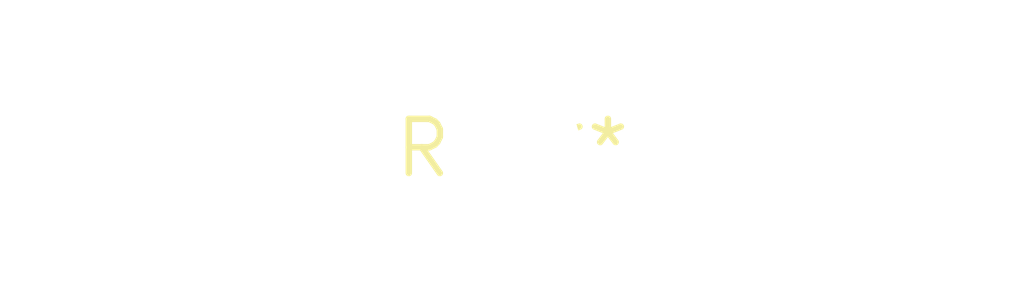
<source format=kicad_pcb>
(kicad_pcb (version 20240108) (generator pcbnew)
  (layers (0 "F.Cu" signal) (31 "B.Cu" signal) (34 "B.Paste" user) (35 "F.Paste" user) (36 "B.SilkS" user "B.Silkscreen") (37 "F.SilkS" user "F.Silkscreen") (38 "B.Mask" user) (39 "F.Mask" user) (44 "Edge.Cuts" user))
  (net 0 "")
  (footprint "MountingHole_3.2mm_M3" (layer "F.Cu") (at 0 0)
    (property "Reference" "REF**")
    (property "Value" "MountingHole_3.2mm_M3")
    (pad "" np_thru_hole circle (at 0 0) (size 3.2 3.2) (drill 3.2) (layers *.Cu *.Mask))
  )
)
</source>
